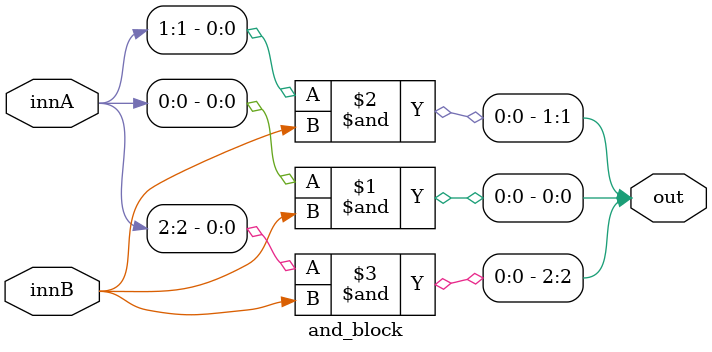
<source format=v>
`timescale 1ns / 1ps

module and_block(innA,innB,out);
    parameter size=4;
    input[size-2:0] innA;
    input innB;
    output [size-2:0] out;
    
    genvar i;
    
    generate for(i=0;i<size-1;i=i+1)
        begin:annd
            assign out[i]=innA[i]&innB;
        end 
     endgenerate
endmodule
</source>
